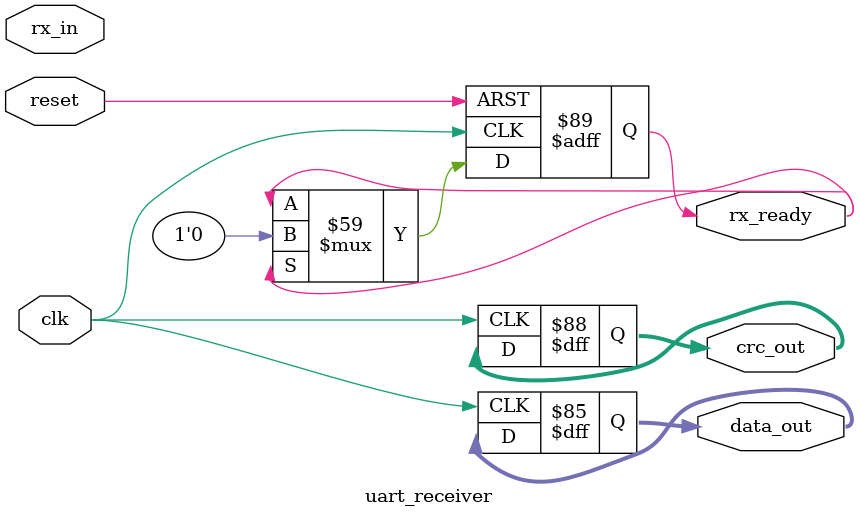
<source format=v>
module uart_receiver (
    input wire clk,        // Clock input
    input wire reset,      // Reset input
    input wire rx_in,      // Receive input
    output reg [7:0] data_out, // 8-bit data output
    output reg [15:0] crc_out, // 16-bit CRC output
    output reg rx_ready    // Receive ready flag
);

parameter BAUD_RATE = 9600;     // Baud rate parameter
localparam CLK_FREQ = 50000000; // System clock frequency
localparam BAUD_COUNTER_MAX = (CLK_FREQ / BAUD_RATE) - 1;

reg [4:0] bit_counter;          // Bit counter for tracking received bits
reg [10:0] baud_counter;        // Baud rate counter
reg [25:0] rx_shift_reg;        // Shift register for data reception

always @(posedge clk or posedge reset) begin
    if (reset) begin
        bit_counter <= 0;       // Reset bit counter
        baud_counter <= 0;      // Reset baud counter
        rx_ready <= 0;          // Reset receive ready flag
    end else if (!rx_ready) begin
        if (bit_counter == 0) begin
            // Wait for start bit
            if (rx_in == 0) begin // Start bit detected
                if (baud_counter == (BAUD_COUNTER_MAX / 2)) begin
                    baud_counter <= 0;         // Reset baud counter to sample in the middle
                    bit_counter <= 1;          // Start receiving bits
                end else begin
                    baud_counter <= baud_counter + 1; // Increment baud counter
                end
            end
        end else begin
            if (baud_counter == BAUD_COUNTER_MAX) begin
                baud_counter <= 0;                 // Reset baud counter
                rx_shift_reg <= {rx_in, rx_shift_reg[25:1]}; // Shift in received bit
                bit_counter <= bit_counter + 1;    // Increment bit counter
                if (bit_counter == 26) begin       // All bits received (1 start + 8 data + 16 CRC + 1 stop = 26)
                    data_out <= rx_shift_reg[23:16]; // Extract received data
                    crc_out <= rx_shift_reg[15:0]; // Extract received CRC
                    rx_ready <= 1;                 // Set receive ready flag
                    bit_counter <= 0;              // Reset bit counter
                end
            end else begin
                baud_counter <= baud_counter + 1;  // Increment baud counter
            end
        end
    end else begin
        // Reset rx_ready once data is read (assumption is rx_ready will be reset externally)
        rx_ready <= 0;
    end
end

endmodule

</source>
